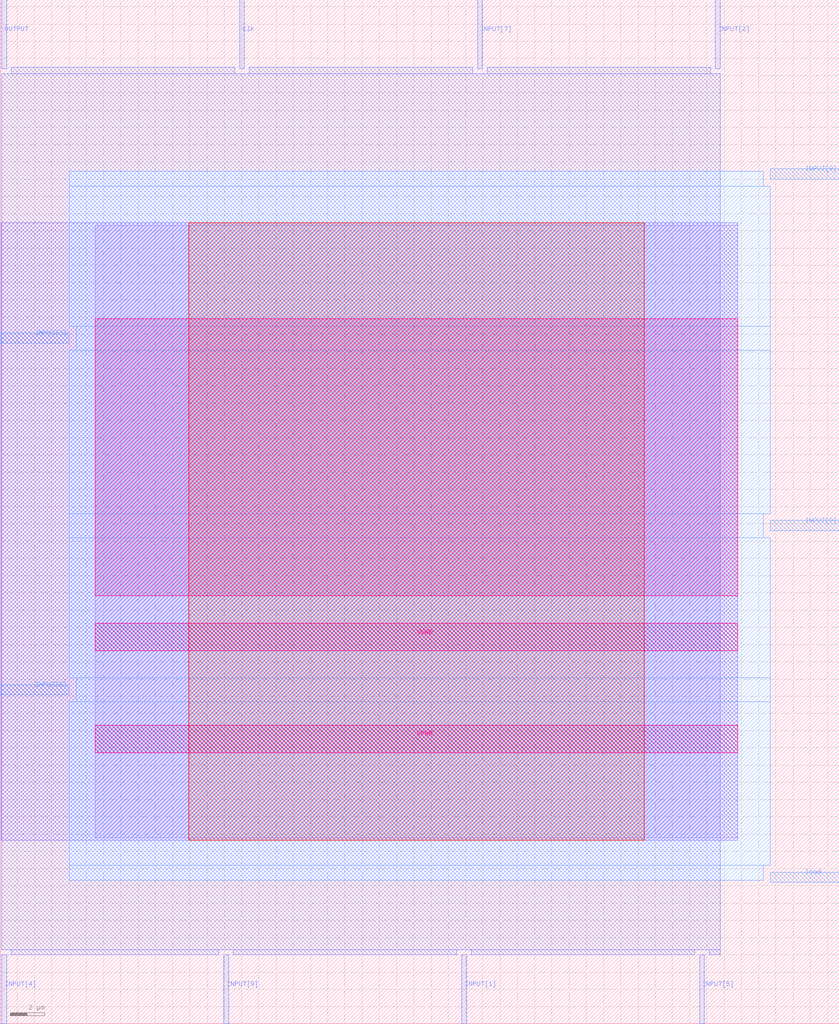
<source format=lef>
VERSION 5.7 ;
  NOWIREEXTENSIONATPIN ON ;
  DIVIDERCHAR "/" ;
  BUSBITCHARS "[]" ;
MACRO vsdserializer_v1
  CLASS BLOCK ;
  FOREIGN vsdserializer_v1 ;
  ORIGIN 0.000 0.000 ;
  SIZE 48.675 BY 59.395 ;
  PIN INPUT[0]
    DIRECTION INPUT ;
    USE SIGNAL ;
    PORT
      LAYER met3 ;
        RECT 44.675 28.600 48.675 29.200 ;
    END
  END INPUT[0]
  PIN INPUT[1]
    DIRECTION INPUT ;
    USE SIGNAL ;
    PORT
      LAYER met2 ;
        RECT 26.770 0.000 27.050 4.000 ;
    END
  END INPUT[1]
  PIN INPUT[2]
    DIRECTION INPUT ;
    USE SIGNAL ;
    PORT
      LAYER met2 ;
        RECT 41.490 55.395 41.770 59.395 ;
    END
  END INPUT[2]
  PIN INPUT[3]
    DIRECTION INPUT ;
    USE SIGNAL ;
    PORT
      LAYER met3 ;
        RECT 0.000 39.480 4.000 40.080 ;
    END
  END INPUT[3]
  PIN INPUT[4]
    DIRECTION INPUT ;
    USE SIGNAL ;
    PORT
      LAYER met2 ;
        RECT 0.090 0.000 0.370 4.000 ;
    END
  END INPUT[4]
  PIN INPUT[5]
    DIRECTION INPUT ;
    USE SIGNAL ;
    PORT
      LAYER met2 ;
        RECT 40.570 0.000 40.850 4.000 ;
    END
  END INPUT[5]
  PIN INPUT[6]
    DIRECTION INPUT ;
    USE SIGNAL ;
    PORT
      LAYER met3 ;
        RECT 0.000 19.080 4.000 19.680 ;
    END
  END INPUT[6]
  PIN INPUT[7]
    DIRECTION INPUT ;
    USE SIGNAL ;
    PORT
      LAYER met2 ;
        RECT 27.690 55.395 27.970 59.395 ;
    END
  END INPUT[7]
  PIN INPUT[8]
    DIRECTION INPUT ;
    USE SIGNAL ;
    PORT
      LAYER met3 ;
        RECT 44.675 49.000 48.675 49.600 ;
    END
  END INPUT[8]
  PIN INPUT[9]
    DIRECTION INPUT ;
    USE SIGNAL ;
    PORT
      LAYER met2 ;
        RECT 12.970 0.000 13.250 4.000 ;
    END
  END INPUT[9]
  PIN OUTPUT
    DIRECTION OUTPUT TRISTATE ;
    USE SIGNAL ;
    PORT
      LAYER met2 ;
        RECT 0.090 55.395 0.370 59.395 ;
    END
  END OUTPUT
  PIN VGND
    DIRECTION INPUT ;
    USE GROUND ;
    PORT
      LAYER met5 ;
        RECT 5.520 21.630 42.780 23.230 ;
    END
  END VGND
  PIN VPWR
    DIRECTION INPUT ;
    USE POWER ;
    PORT
      LAYER met5 ;
        RECT 5.520 15.730 42.780 17.330 ;
    END
  END VPWR
  PIN clk
    DIRECTION INPUT ;
    USE SIGNAL ;
    PORT
      LAYER met2 ;
        RECT 13.890 55.395 14.170 59.395 ;
    END
  END clk
  PIN load
    DIRECTION INPUT ;
    USE SIGNAL ;
    PORT
      LAYER met3 ;
        RECT 44.675 8.200 48.675 8.800 ;
    END
  END load
  OBS
      LAYER li1 ;
        RECT 5.520 10.795 42.780 46.325 ;
      LAYER met1 ;
        RECT 0.070 10.640 42.780 46.480 ;
      LAYER met2 ;
        RECT 0.650 55.115 13.610 55.490 ;
        RECT 14.450 55.115 27.410 55.490 ;
        RECT 28.250 55.115 41.210 55.490 ;
        RECT 0.100 4.280 41.760 55.115 ;
        RECT 0.650 4.000 12.690 4.280 ;
        RECT 13.530 4.000 26.490 4.280 ;
        RECT 27.330 4.000 40.290 4.280 ;
        RECT 41.130 4.000 41.760 4.280 ;
      LAYER met3 ;
        RECT 4.000 48.600 44.275 49.465 ;
        RECT 4.000 40.480 44.675 48.600 ;
        RECT 4.400 39.080 44.675 40.480 ;
        RECT 4.000 29.600 44.675 39.080 ;
        RECT 4.000 28.200 44.275 29.600 ;
        RECT 4.000 20.080 44.675 28.200 ;
        RECT 4.400 18.680 44.675 20.080 ;
        RECT 4.000 9.200 44.675 18.680 ;
        RECT 4.000 8.335 44.275 9.200 ;
      LAYER met4 ;
        RECT 10.930 10.640 37.370 46.480 ;
      LAYER met5 ;
        RECT 5.520 24.830 42.780 40.905 ;
  END
END vsdserializer_v1
END LIBRARY


</source>
